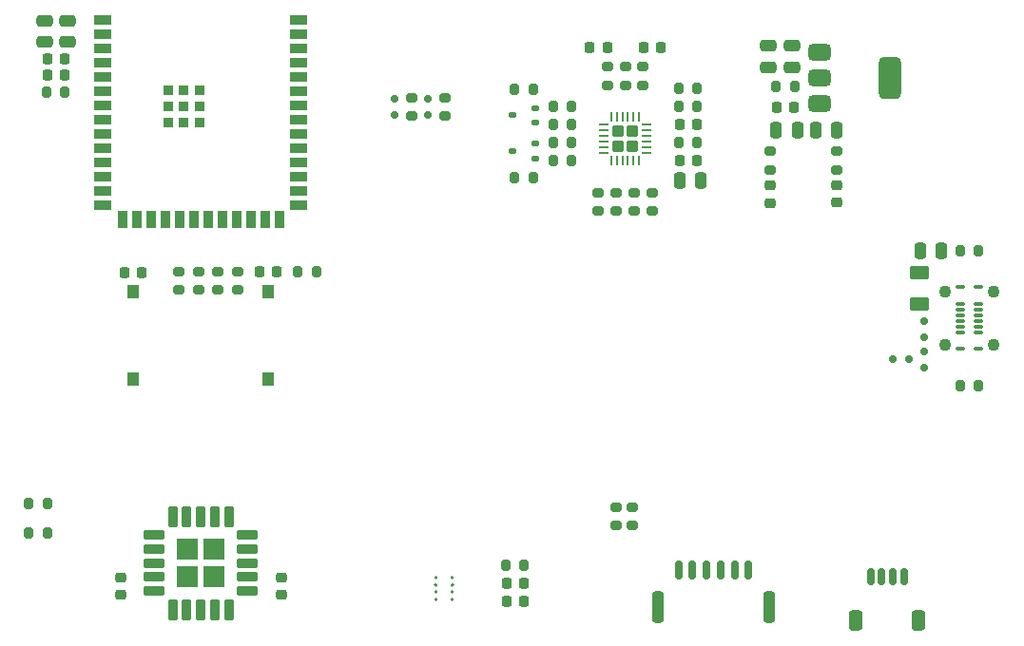
<source format=gtp>
G04 #@! TF.GenerationSoftware,KiCad,Pcbnew,8.0.4*
G04 #@! TF.CreationDate,2024-11-11T15:06:12+01:00*
G04 #@! TF.ProjectId,100008_hw-vern-aqm,31303030-3038-45f6-9877-2d7665726e2d,1.1*
G04 #@! TF.SameCoordinates,Original*
G04 #@! TF.FileFunction,Paste,Top*
G04 #@! TF.FilePolarity,Positive*
%FSLAX46Y46*%
G04 Gerber Fmt 4.6, Leading zero omitted, Abs format (unit mm)*
G04 Created by KiCad (PCBNEW 8.0.4) date 2024-11-11 15:06:12*
%MOMM*%
%LPD*%
G01*
G04 APERTURE LIST*
G04 Aperture macros list*
%AMRoundRect*
0 Rectangle with rounded corners*
0 $1 Rounding radius*
0 $2 $3 $4 $5 $6 $7 $8 $9 X,Y pos of 4 corners*
0 Add a 4 corners polygon primitive as box body*
4,1,4,$2,$3,$4,$5,$6,$7,$8,$9,$2,$3,0*
0 Add four circle primitives for the rounded corners*
1,1,$1+$1,$2,$3*
1,1,$1+$1,$4,$5*
1,1,$1+$1,$6,$7*
1,1,$1+$1,$8,$9*
0 Add four rect primitives between the rounded corners*
20,1,$1+$1,$2,$3,$4,$5,0*
20,1,$1+$1,$4,$5,$6,$7,0*
20,1,$1+$1,$6,$7,$8,$9,0*
20,1,$1+$1,$8,$9,$2,$3,0*%
G04 Aperture macros list end*
%ADD10C,0.175000*%
%ADD11RoundRect,0.150000X0.200000X-0.150000X0.200000X0.150000X-0.200000X0.150000X-0.200000X-0.150000X0*%
%ADD12RoundRect,0.200000X-0.200000X-0.275000X0.200000X-0.275000X0.200000X0.275000X-0.200000X0.275000X0*%
%ADD13RoundRect,0.200000X0.275000X-0.200000X0.275000X0.200000X-0.275000X0.200000X-0.275000X-0.200000X0*%
%ADD14RoundRect,0.250000X0.475000X-0.250000X0.475000X0.250000X-0.475000X0.250000X-0.475000X-0.250000X0*%
%ADD15RoundRect,0.218750X-0.218750X-0.256250X0.218750X-0.256250X0.218750X0.256250X-0.218750X0.256250X0*%
%ADD16RoundRect,0.250000X-0.250000X-0.475000X0.250000X-0.475000X0.250000X0.475000X-0.250000X0.475000X0*%
%ADD17RoundRect,0.225000X-0.225000X-0.250000X0.225000X-0.250000X0.225000X0.250000X-0.225000X0.250000X0*%
%ADD18RoundRect,0.150000X-0.150000X-0.625000X0.150000X-0.625000X0.150000X0.625000X-0.150000X0.625000X0*%
%ADD19RoundRect,0.250000X-0.350000X-0.650000X0.350000X-0.650000X0.350000X0.650000X-0.350000X0.650000X0*%
%ADD20RoundRect,0.225000X0.225000X0.250000X-0.225000X0.250000X-0.225000X-0.250000X0.225000X-0.250000X0*%
%ADD21RoundRect,0.150000X-0.150000X-0.200000X0.150000X-0.200000X0.150000X0.200000X-0.150000X0.200000X0*%
%ADD22RoundRect,0.075000X0.350000X-0.075000X0.350000X0.075000X-0.350000X0.075000X-0.350000X-0.075000X0*%
%ADD23C,1.100000*%
%ADD24RoundRect,0.200000X-0.275000X0.200000X-0.275000X-0.200000X0.275000X-0.200000X0.275000X0.200000X0*%
%ADD25RoundRect,0.200000X0.200000X0.275000X-0.200000X0.275000X-0.200000X-0.275000X0.200000X-0.275000X0*%
%ADD26RoundRect,0.250000X0.625000X-0.375000X0.625000X0.375000X-0.625000X0.375000X-0.625000X-0.375000X0*%
%ADD27R,1.000000X1.250000*%
%ADD28RoundRect,0.225000X-0.250000X0.225000X-0.250000X-0.225000X0.250000X-0.225000X0.250000X0.225000X0*%
%ADD29RoundRect,0.112500X0.237500X-0.112500X0.237500X0.112500X-0.237500X0.112500X-0.237500X-0.112500X0*%
%ADD30RoundRect,0.150000X0.150000X0.700000X-0.150000X0.700000X-0.150000X-0.700000X0.150000X-0.700000X0*%
%ADD31RoundRect,0.250000X0.250000X1.150000X-0.250000X1.150000X-0.250000X-1.150000X0.250000X-1.150000X0*%
%ADD32R,1.500000X0.900000*%
%ADD33R,0.900000X1.500000*%
%ADD34R,0.900000X0.900000*%
%ADD35RoundRect,0.218750X0.256250X-0.218750X0.256250X0.218750X-0.256250X0.218750X-0.256250X-0.218750X0*%
%ADD36RoundRect,0.250001X0.714999X-0.714999X0.714999X0.714999X-0.714999X0.714999X-0.714999X-0.714999X0*%
%ADD37RoundRect,0.212500X0.212500X-0.737500X0.212500X0.737500X-0.212500X0.737500X-0.212500X-0.737500X0*%
%ADD38RoundRect,0.212500X0.737500X-0.212500X0.737500X0.212500X-0.737500X0.212500X-0.737500X-0.212500X0*%
%ADD39RoundRect,0.250000X0.250000X0.475000X-0.250000X0.475000X-0.250000X-0.475000X0.250000X-0.475000X0*%
%ADD40RoundRect,0.250000X0.275000X-0.275000X0.275000X0.275000X-0.275000X0.275000X-0.275000X-0.275000X0*%
%ADD41RoundRect,0.062500X0.062500X-0.350000X0.062500X0.350000X-0.062500X0.350000X-0.062500X-0.350000X0*%
%ADD42RoundRect,0.062500X0.350000X-0.062500X0.350000X0.062500X-0.350000X0.062500X-0.350000X-0.062500X0*%
%ADD43RoundRect,0.375000X-0.625000X-0.375000X0.625000X-0.375000X0.625000X0.375000X-0.625000X0.375000X0*%
%ADD44RoundRect,0.500000X-0.500000X-1.400000X0.500000X-1.400000X0.500000X1.400000X-0.500000X1.400000X0*%
G04 APERTURE END LIST*
D10*
X144379524Y-351281524D02*
G75*
G02*
X144203524Y-351281524I-88000J0D01*
G01*
X144203524Y-351281524D02*
G75*
G02*
X144379524Y-351281524I88000J0D01*
G01*
X144379524Y-351931524D02*
G75*
G02*
X144203524Y-351931524I-88000J0D01*
G01*
X144203524Y-351931524D02*
G75*
G02*
X144379524Y-351931524I88000J0D01*
G01*
X144379524Y-352581524D02*
G75*
G02*
X144203524Y-352581524I-88000J0D01*
G01*
X144203524Y-352581524D02*
G75*
G02*
X144379524Y-352581524I88000J0D01*
G01*
X144379524Y-353231524D02*
G75*
G02*
X144203524Y-353231524I-88000J0D01*
G01*
X144203524Y-353231524D02*
G75*
G02*
X144379524Y-353231524I88000J0D01*
G01*
X145829524Y-351281524D02*
G75*
G02*
X145653524Y-351281524I-88000J0D01*
G01*
X145653524Y-351281524D02*
G75*
G02*
X145829524Y-351281524I88000J0D01*
G01*
X145829524Y-351931524D02*
G75*
G02*
X145653524Y-351931524I-88000J0D01*
G01*
X145653524Y-351931524D02*
G75*
G02*
X145829524Y-351931524I88000J0D01*
G01*
X145829524Y-352581524D02*
G75*
G02*
X145653524Y-352581524I-88000J0D01*
G01*
X145653524Y-352581524D02*
G75*
G02*
X145829524Y-352581524I88000J0D01*
G01*
X145829524Y-353231524D02*
G75*
G02*
X145653524Y-353231524I-88000J0D01*
G01*
X145653524Y-353231524D02*
G75*
G02*
X145829524Y-353231524I88000J0D01*
G01*
D11*
X187790000Y-331180000D03*
X187790000Y-332580000D03*
D12*
X165925000Y-309290000D03*
X167575000Y-309290000D03*
D13*
X161150000Y-307415000D03*
X161150000Y-305765000D03*
D12*
X132000000Y-323990000D03*
X133650000Y-323990000D03*
X151300000Y-307765000D03*
X152950000Y-307765000D03*
D14*
X176000000Y-305790000D03*
X176000000Y-303890000D03*
D13*
X124900000Y-325665000D03*
X124900000Y-324015000D03*
D14*
X111450000Y-303540000D03*
X111450000Y-301640000D03*
D11*
X187790000Y-328430000D03*
X187790000Y-329830000D03*
D15*
X162762500Y-304040000D03*
X164337500Y-304040000D03*
D16*
X166000000Y-315940000D03*
X167900000Y-315940000D03*
D17*
X150566524Y-353381524D03*
X152116524Y-353381524D03*
D18*
X183000000Y-351240000D03*
X184000000Y-351240000D03*
X185000000Y-351240000D03*
X186000000Y-351240000D03*
D19*
X181700000Y-355115000D03*
X187300000Y-355115000D03*
D20*
X111225000Y-306515000D03*
X109675000Y-306515000D03*
D21*
X186390000Y-331780000D03*
X184990000Y-331780000D03*
D22*
X190965000Y-330920000D03*
X190965000Y-329420000D03*
X190965000Y-328920000D03*
X190965000Y-328420000D03*
X190965000Y-327920000D03*
X190965000Y-327420000D03*
X190965000Y-326920000D03*
X190975000Y-325420000D03*
X192635000Y-325420000D03*
X192635000Y-326920000D03*
X192635000Y-327420000D03*
X192635000Y-327920000D03*
X192635000Y-328420000D03*
X192635000Y-328920000D03*
X192635000Y-329420000D03*
X192635000Y-330920000D03*
D23*
X189650000Y-330570000D03*
X193950000Y-330570000D03*
X189650000Y-325770000D03*
X193950000Y-325770000D03*
D11*
X140600000Y-308640000D03*
X140600000Y-310040000D03*
D24*
X161950000Y-316965000D03*
X161950000Y-318615000D03*
D25*
X167575000Y-312490000D03*
X165925000Y-312490000D03*
D15*
X158012500Y-304040000D03*
X159587500Y-304040000D03*
D20*
X176175000Y-309340000D03*
X174625000Y-309340000D03*
D14*
X109450000Y-303540000D03*
X109450000Y-301640000D03*
D13*
X161800000Y-346665000D03*
X161800000Y-345015000D03*
D12*
X150516524Y-350181524D03*
X152166524Y-350181524D03*
X109625000Y-307990000D03*
X111275000Y-307990000D03*
D20*
X130125000Y-323990000D03*
X128575000Y-323990000D03*
D26*
X187390000Y-326880000D03*
X187390000Y-324080000D03*
D13*
X121425000Y-325665000D03*
X121425000Y-324015000D03*
D11*
X143600000Y-308640000D03*
X143600000Y-310040000D03*
D20*
X111225000Y-305040000D03*
X109675000Y-305040000D03*
D13*
X159550000Y-307415000D03*
X159550000Y-305765000D03*
D27*
X117350000Y-325815000D03*
X117350000Y-333565000D03*
D16*
X178100000Y-311440000D03*
X180000000Y-311440000D03*
D25*
X167575000Y-307690000D03*
X165925000Y-307690000D03*
D24*
X180000000Y-313277500D03*
X180000000Y-314927500D03*
D28*
X116200000Y-351265000D03*
X116200000Y-352815000D03*
D25*
X156375000Y-310890000D03*
X154725000Y-310890000D03*
X156375000Y-314090000D03*
X154725000Y-314090000D03*
D29*
X153125000Y-313940000D03*
X153125000Y-312640000D03*
X151125000Y-313290000D03*
D17*
X150566524Y-351781524D03*
X152116524Y-351781524D03*
D30*
X172145000Y-350580000D03*
X170895000Y-350580000D03*
X169645000Y-350580000D03*
X168395000Y-350580000D03*
X167145000Y-350580000D03*
X165895000Y-350580000D03*
D31*
X173995000Y-353930000D03*
X164045000Y-353930000D03*
D13*
X158750000Y-318615000D03*
X158750000Y-316965000D03*
D25*
X156375000Y-309290000D03*
X154725000Y-309290000D03*
D13*
X123150000Y-325665000D03*
X123150000Y-324015000D03*
D17*
X165975000Y-310890000D03*
X167525000Y-310890000D03*
D14*
X173900000Y-305790000D03*
X173900000Y-303890000D03*
D32*
X114600000Y-301580000D03*
X114600000Y-302850000D03*
X114600000Y-304120000D03*
X114600000Y-305390000D03*
X114600000Y-306660000D03*
X114600000Y-307930000D03*
X114600000Y-309200000D03*
X114600000Y-310470000D03*
X114600000Y-311740000D03*
X114600000Y-313010000D03*
X114600000Y-314280000D03*
X114600000Y-315550000D03*
X114600000Y-316820000D03*
X114600000Y-318090000D03*
D33*
X116365000Y-319340000D03*
X117635000Y-319340000D03*
X118905000Y-319340000D03*
X120175000Y-319340000D03*
X121445000Y-319340000D03*
X122715000Y-319340000D03*
X123985000Y-319340000D03*
X125255000Y-319340000D03*
X126525000Y-319340000D03*
X127795000Y-319340000D03*
X129065000Y-319340000D03*
X130335000Y-319340000D03*
D32*
X132100000Y-318090000D03*
X132100000Y-316820000D03*
X132100000Y-315550000D03*
X132100000Y-314280000D03*
X132100000Y-313010000D03*
X132100000Y-311740000D03*
X132100000Y-310470000D03*
X132100000Y-309200000D03*
X132100000Y-307930000D03*
X132100000Y-306660000D03*
X132100000Y-305390000D03*
X132100000Y-304120000D03*
X132100000Y-302850000D03*
X132100000Y-301580000D03*
D34*
X120450000Y-307900000D03*
X120450000Y-309300000D03*
X120450000Y-310700000D03*
X120450000Y-310700000D03*
X121850000Y-307900000D03*
X121850000Y-307900000D03*
X121850000Y-309300000D03*
X121850000Y-310700000D03*
X123250000Y-307900000D03*
X123250000Y-309300000D03*
X123250000Y-310700000D03*
D35*
X180000000Y-317865000D03*
X180000000Y-316290000D03*
D12*
X108050000Y-344690000D03*
X109700000Y-344690000D03*
D24*
X142100000Y-308515000D03*
X142100000Y-310165000D03*
D12*
X108050000Y-347290000D03*
X109700000Y-347290000D03*
D36*
X122150000Y-351190000D03*
X124550000Y-351190000D03*
X122150000Y-348790000D03*
X124550000Y-348790000D03*
D37*
X120850000Y-354140000D03*
X122100000Y-354140000D03*
X123350000Y-354140000D03*
X124600000Y-354140000D03*
X125850000Y-354140000D03*
D38*
X127500000Y-352490000D03*
X127500000Y-351240000D03*
X127500000Y-349990000D03*
X127500000Y-348740000D03*
X127500000Y-347490000D03*
D37*
X125850000Y-345840000D03*
X124600000Y-345840000D03*
X123350000Y-345840000D03*
X122100000Y-345840000D03*
X120850000Y-345840000D03*
D38*
X119200000Y-347490000D03*
X119200000Y-348740000D03*
X119200000Y-349990000D03*
X119200000Y-351240000D03*
X119200000Y-352490000D03*
D24*
X160350000Y-316965000D03*
X160350000Y-318615000D03*
D13*
X163550000Y-318615000D03*
X163550000Y-316965000D03*
D39*
X176500000Y-311440000D03*
X174600000Y-311440000D03*
D17*
X165975000Y-314090000D03*
X167525000Y-314090000D03*
D27*
X129350000Y-325815000D03*
X129350000Y-333565000D03*
D29*
X153125000Y-310740000D03*
X153125000Y-309440000D03*
X151125000Y-310090000D03*
D13*
X126625000Y-325665000D03*
X126625000Y-324015000D03*
D40*
X160500000Y-312840000D03*
X161800000Y-312840000D03*
X160500000Y-311540000D03*
X161800000Y-311540000D03*
D41*
X159900000Y-314127500D03*
X160400000Y-314127500D03*
X160900000Y-314127500D03*
X161400000Y-314127500D03*
X161900000Y-314127500D03*
X162400000Y-314127500D03*
D42*
X163087500Y-313440000D03*
X163087500Y-312940000D03*
X163087500Y-312440000D03*
X163087500Y-311940000D03*
X163087500Y-311440000D03*
X163087500Y-310940000D03*
D41*
X162400000Y-310252500D03*
X161900000Y-310252500D03*
X161400000Y-310252500D03*
X160900000Y-310252500D03*
X160400000Y-310252500D03*
X159900000Y-310252500D03*
D42*
X159212500Y-310940000D03*
X159212500Y-311440000D03*
X159212500Y-311940000D03*
X159212500Y-312440000D03*
X159212500Y-312940000D03*
X159212500Y-313440000D03*
D25*
X176225000Y-307540000D03*
X174575000Y-307540000D03*
D13*
X162750000Y-307415000D03*
X162750000Y-305765000D03*
D24*
X160300000Y-345015000D03*
X160300000Y-346665000D03*
D12*
X190965000Y-334180000D03*
X192615000Y-334180000D03*
D28*
X130500000Y-351265000D03*
X130500000Y-352815000D03*
D35*
X174100000Y-317902500D03*
X174100000Y-316327500D03*
D17*
X116575000Y-324090000D03*
X118125000Y-324090000D03*
D16*
X187440000Y-322130000D03*
X189340000Y-322130000D03*
D25*
X192615000Y-322130000D03*
X190965000Y-322130000D03*
D24*
X145100000Y-308515000D03*
X145100000Y-310165000D03*
D12*
X151300000Y-315615000D03*
X152950000Y-315615000D03*
D25*
X156375000Y-312490000D03*
X154725000Y-312490000D03*
D24*
X174100000Y-313315000D03*
X174100000Y-314965000D03*
D43*
X178450000Y-304440000D03*
X178450000Y-306740000D03*
D44*
X184750000Y-306740000D03*
D43*
X178450000Y-309040000D03*
M02*

</source>
